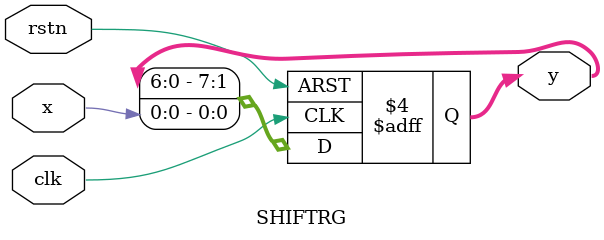
<source format=v>
`timescale 1ns / 1ps

module SHIFTRG(
    input x,
    output reg [7:0] y,
    input clk,
    input rstn
    );
    reg [7:0] temp;
    integer i;
    always @(posedge clk,negedge rstn) begin
        if(!rstn)
            y<=8'b0000_0000;
        else begin
            for(i=7;i>0;i=i-1)
                y[i]=y[i-1];
            y[0]=x;
        end
    end
endmodule

</source>
